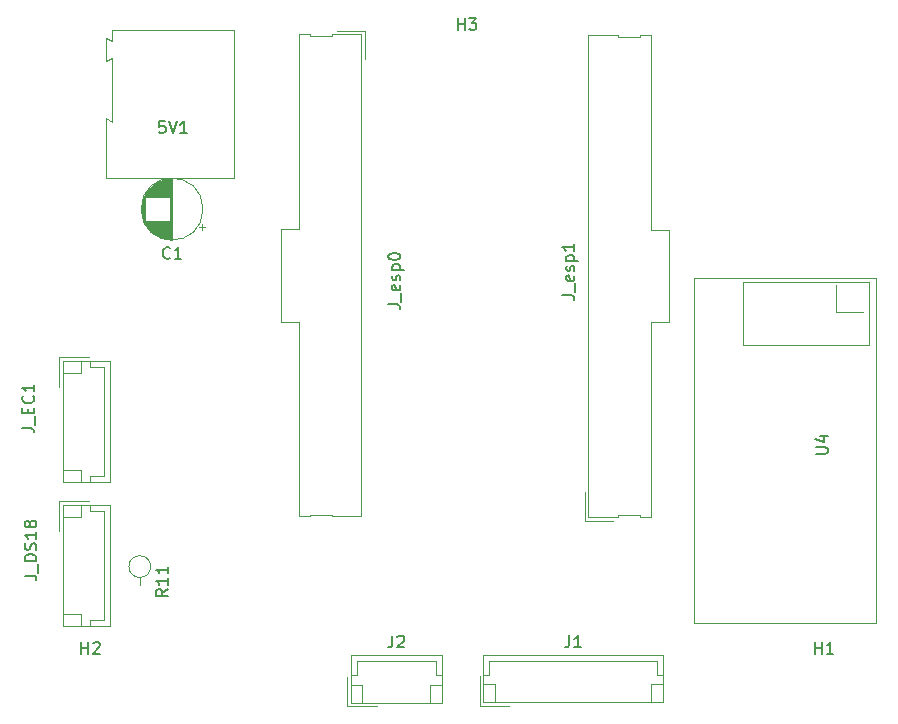
<source format=gbr>
%TF.GenerationSoftware,KiCad,Pcbnew,6.0.11+dfsg-1*%
%TF.CreationDate,2023-03-17T08:16:58-05:00*%
%TF.ProjectId,water_tank_module,77617465-725f-4746-916e-6b5f6d6f6475,rev?*%
%TF.SameCoordinates,Original*%
%TF.FileFunction,Legend,Top*%
%TF.FilePolarity,Positive*%
%FSLAX46Y46*%
G04 Gerber Fmt 4.6, Leading zero omitted, Abs format (unit mm)*
G04 Created by KiCad (PCBNEW 6.0.11+dfsg-1) date 2023-03-17 08:16:58*
%MOMM*%
%LPD*%
G01*
G04 APERTURE LIST*
%ADD10C,0.150000*%
%ADD11C,0.120000*%
G04 APERTURE END LIST*
D10*
%TO.C,J2*%
X90471666Y-75600380D02*
X90471666Y-76314666D01*
X90424047Y-76457523D01*
X90328809Y-76552761D01*
X90185952Y-76600380D01*
X90090714Y-76600380D01*
X90900238Y-75695619D02*
X90947857Y-75648000D01*
X91043095Y-75600380D01*
X91281190Y-75600380D01*
X91376428Y-75648000D01*
X91424047Y-75695619D01*
X91471666Y-75790857D01*
X91471666Y-75886095D01*
X91424047Y-76028952D01*
X90852619Y-76600380D01*
X91471666Y-76600380D01*
%TO.C,J1*%
X105457666Y-75565380D02*
X105457666Y-76279666D01*
X105410047Y-76422523D01*
X105314809Y-76517761D01*
X105171952Y-76565380D01*
X105076714Y-76565380D01*
X106457666Y-76565380D02*
X105886238Y-76565380D01*
X106171952Y-76565380D02*
X106171952Y-75565380D01*
X106076714Y-75708238D01*
X105981476Y-75803476D01*
X105886238Y-75851095D01*
%TO.C,H2*%
X64135095Y-77143380D02*
X64135095Y-76143380D01*
X64135095Y-76619571D02*
X64706523Y-76619571D01*
X64706523Y-77143380D02*
X64706523Y-76143380D01*
X65135095Y-76238619D02*
X65182714Y-76191000D01*
X65277952Y-76143380D01*
X65516047Y-76143380D01*
X65611285Y-76191000D01*
X65658904Y-76238619D01*
X65706523Y-76333857D01*
X65706523Y-76429095D01*
X65658904Y-76571952D01*
X65087476Y-77143380D01*
X65706523Y-77143380D01*
%TO.C,J_EC1*%
X59140380Y-58016416D02*
X59854666Y-58016416D01*
X59997523Y-58064035D01*
X60092761Y-58159273D01*
X60140380Y-58302130D01*
X60140380Y-58397369D01*
X60235619Y-57778321D02*
X60235619Y-57016416D01*
X59616571Y-56778321D02*
X59616571Y-56444988D01*
X60140380Y-56302130D02*
X60140380Y-56778321D01*
X59140380Y-56778321D01*
X59140380Y-56302130D01*
X60045142Y-55302130D02*
X60092761Y-55349750D01*
X60140380Y-55492607D01*
X60140380Y-55587845D01*
X60092761Y-55730702D01*
X59997523Y-55825940D01*
X59902285Y-55873559D01*
X59711809Y-55921178D01*
X59568952Y-55921178D01*
X59378476Y-55873559D01*
X59283238Y-55825940D01*
X59188000Y-55730702D01*
X59140380Y-55587845D01*
X59140380Y-55492607D01*
X59188000Y-55349750D01*
X59235619Y-55302130D01*
X60140380Y-54349750D02*
X60140380Y-54921178D01*
X60140380Y-54635464D02*
X59140380Y-54635464D01*
X59283238Y-54730702D01*
X59378476Y-54825940D01*
X59426095Y-54921178D01*
%TO.C,U4*%
X126325380Y-60197904D02*
X127134904Y-60197904D01*
X127230142Y-60150285D01*
X127277761Y-60102666D01*
X127325380Y-60007428D01*
X127325380Y-59816952D01*
X127277761Y-59721714D01*
X127230142Y-59674095D01*
X127134904Y-59626476D01*
X126325380Y-59626476D01*
X126658714Y-58721714D02*
X127325380Y-58721714D01*
X126277761Y-58959809D02*
X126992047Y-59197904D01*
X126992047Y-58578857D01*
%TO.C,C1*%
X71654446Y-43593392D02*
X71606827Y-43641011D01*
X71463970Y-43688630D01*
X71368732Y-43688630D01*
X71225874Y-43641011D01*
X71130636Y-43545773D01*
X71083017Y-43450535D01*
X71035398Y-43260059D01*
X71035398Y-43117202D01*
X71083017Y-42926726D01*
X71130636Y-42831488D01*
X71225874Y-42736250D01*
X71368732Y-42688630D01*
X71463970Y-42688630D01*
X71606827Y-42736250D01*
X71654446Y-42783869D01*
X72606827Y-43688630D02*
X72035398Y-43688630D01*
X72321113Y-43688630D02*
X72321113Y-42688630D01*
X72225874Y-42831488D01*
X72130636Y-42926726D01*
X72035398Y-42974345D01*
%TO.C,J_DS18*%
X59340380Y-70516416D02*
X60054666Y-70516416D01*
X60197523Y-70564035D01*
X60292761Y-70659273D01*
X60340380Y-70802130D01*
X60340380Y-70897369D01*
X60435619Y-70278321D02*
X60435619Y-69516416D01*
X60340380Y-69278321D02*
X59340380Y-69278321D01*
X59340380Y-69040226D01*
X59388000Y-68897369D01*
X59483238Y-68802130D01*
X59578476Y-68754511D01*
X59768952Y-68706892D01*
X59911809Y-68706892D01*
X60102285Y-68754511D01*
X60197523Y-68802130D01*
X60292761Y-68897369D01*
X60340380Y-69040226D01*
X60340380Y-69278321D01*
X60292761Y-68325940D02*
X60340380Y-68183083D01*
X60340380Y-67944988D01*
X60292761Y-67849750D01*
X60245142Y-67802130D01*
X60149904Y-67754511D01*
X60054666Y-67754511D01*
X59959428Y-67802130D01*
X59911809Y-67849750D01*
X59864190Y-67944988D01*
X59816571Y-68135464D01*
X59768952Y-68230702D01*
X59721333Y-68278321D01*
X59626095Y-68325940D01*
X59530857Y-68325940D01*
X59435619Y-68278321D01*
X59388000Y-68230702D01*
X59340380Y-68135464D01*
X59340380Y-67897369D01*
X59388000Y-67754511D01*
X60340380Y-66802130D02*
X60340380Y-67373559D01*
X60340380Y-67087845D02*
X59340380Y-67087845D01*
X59483238Y-67183083D01*
X59578476Y-67278321D01*
X59626095Y-67373559D01*
X59768952Y-66230702D02*
X59721333Y-66325940D01*
X59673714Y-66373559D01*
X59578476Y-66421178D01*
X59530857Y-66421178D01*
X59435619Y-66373559D01*
X59388000Y-66325940D01*
X59340380Y-66230702D01*
X59340380Y-66040226D01*
X59388000Y-65944988D01*
X59435619Y-65897369D01*
X59530857Y-65849750D01*
X59578476Y-65849750D01*
X59673714Y-65897369D01*
X59721333Y-65944988D01*
X59768952Y-66040226D01*
X59768952Y-66230702D01*
X59816571Y-66325940D01*
X59864190Y-66373559D01*
X59959428Y-66421178D01*
X60149904Y-66421178D01*
X60245142Y-66373559D01*
X60292761Y-66325940D01*
X60340380Y-66230702D01*
X60340380Y-66040226D01*
X60292761Y-65944988D01*
X60245142Y-65897369D01*
X60149904Y-65849750D01*
X59959428Y-65849750D01*
X59864190Y-65897369D01*
X59816571Y-65944988D01*
X59768952Y-66040226D01*
%TO.C,H3*%
X96012095Y-24311380D02*
X96012095Y-23311380D01*
X96012095Y-23787571D02*
X96583523Y-23787571D01*
X96583523Y-24311380D02*
X96583523Y-23311380D01*
X96964476Y-23311380D02*
X97583523Y-23311380D01*
X97250190Y-23692333D01*
X97393047Y-23692333D01*
X97488285Y-23739952D01*
X97535904Y-23787571D01*
X97583523Y-23882809D01*
X97583523Y-24120904D01*
X97535904Y-24216142D01*
X97488285Y-24263761D01*
X97393047Y-24311380D01*
X97107333Y-24311380D01*
X97012095Y-24263761D01*
X96964476Y-24216142D01*
%TO.C,J_esp0*%
X90129880Y-47545000D02*
X90844166Y-47545000D01*
X90987023Y-47592619D01*
X91082261Y-47687857D01*
X91129880Y-47830714D01*
X91129880Y-47925952D01*
X91225119Y-47306904D02*
X91225119Y-46545000D01*
X91082261Y-45925952D02*
X91129880Y-46021190D01*
X91129880Y-46211666D01*
X91082261Y-46306904D01*
X90987023Y-46354523D01*
X90606071Y-46354523D01*
X90510833Y-46306904D01*
X90463214Y-46211666D01*
X90463214Y-46021190D01*
X90510833Y-45925952D01*
X90606071Y-45878333D01*
X90701309Y-45878333D01*
X90796547Y-46354523D01*
X91082261Y-45497380D02*
X91129880Y-45402142D01*
X91129880Y-45211666D01*
X91082261Y-45116428D01*
X90987023Y-45068809D01*
X90939404Y-45068809D01*
X90844166Y-45116428D01*
X90796547Y-45211666D01*
X90796547Y-45354523D01*
X90748928Y-45449761D01*
X90653690Y-45497380D01*
X90606071Y-45497380D01*
X90510833Y-45449761D01*
X90463214Y-45354523D01*
X90463214Y-45211666D01*
X90510833Y-45116428D01*
X90463214Y-44640238D02*
X91463214Y-44640238D01*
X90510833Y-44640238D02*
X90463214Y-44545000D01*
X90463214Y-44354523D01*
X90510833Y-44259285D01*
X90558452Y-44211666D01*
X90653690Y-44164047D01*
X90939404Y-44164047D01*
X91034642Y-44211666D01*
X91082261Y-44259285D01*
X91129880Y-44354523D01*
X91129880Y-44545000D01*
X91082261Y-44640238D01*
X90129880Y-43545000D02*
X90129880Y-43449761D01*
X90177500Y-43354523D01*
X90225119Y-43306904D01*
X90320357Y-43259285D01*
X90510833Y-43211666D01*
X90748928Y-43211666D01*
X90939404Y-43259285D01*
X91034642Y-43306904D01*
X91082261Y-43354523D01*
X91129880Y-43449761D01*
X91129880Y-43545000D01*
X91082261Y-43640238D01*
X91034642Y-43687857D01*
X90939404Y-43735476D01*
X90748928Y-43783095D01*
X90510833Y-43783095D01*
X90320357Y-43735476D01*
X90225119Y-43687857D01*
X90177500Y-43640238D01*
X90129880Y-43545000D01*
%TO.C,5V1*%
X71221333Y-32042630D02*
X70745142Y-32042630D01*
X70697523Y-32518821D01*
X70745142Y-32471202D01*
X70840380Y-32423583D01*
X71078476Y-32423583D01*
X71173714Y-32471202D01*
X71221333Y-32518821D01*
X71268952Y-32614059D01*
X71268952Y-32852154D01*
X71221333Y-32947392D01*
X71173714Y-32995011D01*
X71078476Y-33042630D01*
X70840380Y-33042630D01*
X70745142Y-32995011D01*
X70697523Y-32947392D01*
X71554666Y-32042630D02*
X71888000Y-33042630D01*
X72221333Y-32042630D01*
X73078476Y-33042630D02*
X72507047Y-33042630D01*
X72792761Y-33042630D02*
X72792761Y-32042630D01*
X72697523Y-32185488D01*
X72602285Y-32280726D01*
X72507047Y-32328345D01*
%TO.C,H1*%
X126238095Y-77143380D02*
X126238095Y-76143380D01*
X126238095Y-76619571D02*
X126809523Y-76619571D01*
X126809523Y-77143380D02*
X126809523Y-76143380D01*
X127809523Y-77143380D02*
X127238095Y-77143380D01*
X127523809Y-77143380D02*
X127523809Y-76143380D01*
X127428571Y-76286238D01*
X127333333Y-76381476D01*
X127238095Y-76429095D01*
%TO.C,R11*%
X71460380Y-71662607D02*
X70984190Y-71995940D01*
X71460380Y-72234035D02*
X70460380Y-72234035D01*
X70460380Y-71853083D01*
X70508000Y-71757845D01*
X70555619Y-71710226D01*
X70650857Y-71662607D01*
X70793714Y-71662607D01*
X70888952Y-71710226D01*
X70936571Y-71757845D01*
X70984190Y-71853083D01*
X70984190Y-72234035D01*
X71460380Y-70710226D02*
X71460380Y-71281654D01*
X71460380Y-70995940D02*
X70460380Y-70995940D01*
X70603238Y-71091178D01*
X70698476Y-71186416D01*
X70746095Y-71281654D01*
X71460380Y-69757845D02*
X71460380Y-70329273D01*
X71460380Y-70043559D02*
X70460380Y-70043559D01*
X70603238Y-70138797D01*
X70698476Y-70234035D01*
X70746095Y-70329273D01*
%TO.C,J_esp1*%
X104875380Y-46764000D02*
X105589666Y-46764000D01*
X105732523Y-46811619D01*
X105827761Y-46906857D01*
X105875380Y-47049714D01*
X105875380Y-47144952D01*
X105970619Y-46525904D02*
X105970619Y-45764000D01*
X105827761Y-45144952D02*
X105875380Y-45240190D01*
X105875380Y-45430666D01*
X105827761Y-45525904D01*
X105732523Y-45573523D01*
X105351571Y-45573523D01*
X105256333Y-45525904D01*
X105208714Y-45430666D01*
X105208714Y-45240190D01*
X105256333Y-45144952D01*
X105351571Y-45097333D01*
X105446809Y-45097333D01*
X105542047Y-45573523D01*
X105827761Y-44716380D02*
X105875380Y-44621142D01*
X105875380Y-44430666D01*
X105827761Y-44335428D01*
X105732523Y-44287809D01*
X105684904Y-44287809D01*
X105589666Y-44335428D01*
X105542047Y-44430666D01*
X105542047Y-44573523D01*
X105494428Y-44668761D01*
X105399190Y-44716380D01*
X105351571Y-44716380D01*
X105256333Y-44668761D01*
X105208714Y-44573523D01*
X105208714Y-44430666D01*
X105256333Y-44335428D01*
X105208714Y-43859238D02*
X106208714Y-43859238D01*
X105256333Y-43859238D02*
X105208714Y-43764000D01*
X105208714Y-43573523D01*
X105256333Y-43478285D01*
X105303952Y-43430666D01*
X105399190Y-43383047D01*
X105684904Y-43383047D01*
X105780142Y-43430666D01*
X105827761Y-43478285D01*
X105875380Y-43573523D01*
X105875380Y-43764000D01*
X105827761Y-43859238D01*
X105875380Y-42430666D02*
X105875380Y-43002095D01*
X105875380Y-42716380D02*
X104875380Y-42716380D01*
X105018238Y-42811619D01*
X105113476Y-42906857D01*
X105161095Y-43002095D01*
D11*
%TO.C,J2*%
X86945000Y-77238000D02*
X86945000Y-81258000D01*
X86945000Y-81258000D02*
X94665000Y-81258000D01*
X87445000Y-77738000D02*
X94165000Y-77738000D01*
X87945000Y-79758000D02*
X87945000Y-81258000D01*
X86945000Y-78948000D02*
X87445000Y-78948000D01*
X94165000Y-78948000D02*
X94665000Y-78948000D01*
X94165000Y-77738000D02*
X94165000Y-78948000D01*
X94665000Y-77238000D02*
X86945000Y-77238000D01*
X86645000Y-79058000D02*
X86645000Y-81558000D01*
X94665000Y-79758000D02*
X93665000Y-79758000D01*
X87445000Y-78948000D02*
X87445000Y-77738000D01*
X86645000Y-81558000D02*
X89145000Y-81558000D01*
X86945000Y-79758000D02*
X87945000Y-79758000D01*
X94665000Y-81258000D02*
X94665000Y-77238000D01*
X93665000Y-79758000D02*
X93665000Y-81258000D01*
%TO.C,J1*%
X99181000Y-79723000D02*
X99181000Y-81223000D01*
X98681000Y-78913000D02*
X98681000Y-77703000D01*
X97881000Y-79023000D02*
X97881000Y-81523000D01*
X113401000Y-81223000D02*
X113401000Y-77203000D01*
X112901000Y-77703000D02*
X112901000Y-78913000D01*
X113401000Y-77203000D02*
X98181000Y-77203000D01*
X98681000Y-77703000D02*
X112901000Y-77703000D01*
X112401000Y-79723000D02*
X112401000Y-81223000D01*
X113401000Y-79723000D02*
X112401000Y-79723000D01*
X98181000Y-78913000D02*
X98681000Y-78913000D01*
X98181000Y-77203000D02*
X98181000Y-81223000D01*
X98181000Y-79723000D02*
X99181000Y-79723000D01*
X97881000Y-81523000D02*
X100381000Y-81523000D01*
X112901000Y-78913000D02*
X113401000Y-78913000D01*
X98181000Y-81223000D02*
X113401000Y-81223000D01*
%TO.C,J_EC1*%
X64888000Y-52839750D02*
X66098000Y-52839750D01*
X66598000Y-62559750D02*
X66598000Y-52339750D01*
X62578000Y-52339750D02*
X62578000Y-62559750D01*
X64778000Y-52039750D02*
X62278000Y-52039750D01*
X64078000Y-53339750D02*
X62578000Y-53339750D01*
X64078000Y-52339750D02*
X64078000Y-53339750D01*
X64078000Y-61559750D02*
X62578000Y-61559750D01*
X66098000Y-62059750D02*
X64888000Y-62059750D01*
X62578000Y-62559750D02*
X66598000Y-62559750D01*
X66598000Y-52339750D02*
X62578000Y-52339750D01*
X66098000Y-52839750D02*
X66098000Y-62059750D01*
X64078000Y-62559750D02*
X64078000Y-61559750D01*
X64888000Y-52339750D02*
X64888000Y-52839750D01*
X64888000Y-62059750D02*
X64888000Y-62559750D01*
X62278000Y-52039750D02*
X62278000Y-54539750D01*
%TO.C,U4*%
X130847000Y-45674000D02*
X130847000Y-45674000D01*
X130847000Y-45674000D02*
X130847000Y-51008000D01*
X131423000Y-45344000D02*
X131423000Y-74544000D01*
X120179000Y-51008000D02*
X120179000Y-45674000D01*
X128053000Y-45928000D02*
X128053000Y-45928000D01*
X115973000Y-45344000D02*
X131423000Y-45344000D01*
X120179000Y-45674000D02*
X120179000Y-45674000D01*
X130339000Y-48214000D02*
X128053000Y-48214000D01*
X128053000Y-48214000D02*
X128053000Y-45928000D01*
X130847000Y-51008000D02*
X120179000Y-51008000D01*
X131423000Y-45344000D02*
X131423000Y-45344000D01*
X120179000Y-45674000D02*
X130847000Y-45674000D01*
X131423000Y-74544000D02*
X115973000Y-74544000D01*
X115973000Y-74544000D02*
X115973000Y-45344000D01*
%TO.C,C1*%
X69340113Y-40291250D02*
X69340113Y-38681250D01*
X70580113Y-38446250D02*
X70580113Y-37218250D01*
X70180113Y-38446250D02*
X70180113Y-37482250D01*
X71301113Y-42014250D02*
X71301113Y-40526250D01*
X71261113Y-42006250D02*
X71261113Y-40526250D01*
X70100113Y-41423250D02*
X70100113Y-40526250D01*
X70540113Y-38446250D02*
X70540113Y-37239250D01*
X69940113Y-41271250D02*
X69940113Y-40526250D01*
X69540113Y-40737250D02*
X69540113Y-40526250D01*
X69660113Y-38446250D02*
X69660113Y-38043250D01*
X71541113Y-38446250D02*
X71541113Y-36921250D01*
X71100113Y-38446250D02*
X71100113Y-37006250D01*
X71421113Y-42036250D02*
X71421113Y-40526250D01*
X71301113Y-38446250D02*
X71301113Y-36958250D01*
X70940113Y-41914250D02*
X70940113Y-40526250D01*
X70500113Y-38446250D02*
X70500113Y-37262250D01*
X70900113Y-38446250D02*
X70900113Y-37072250D01*
X71501113Y-42047250D02*
X71501113Y-40526250D01*
X69700113Y-40986250D02*
X69700113Y-40526250D01*
X71421113Y-38446250D02*
X71421113Y-36936250D01*
X71341113Y-42022250D02*
X71341113Y-40526250D01*
X71141113Y-41977250D02*
X71141113Y-40526250D01*
X70860113Y-38446250D02*
X70860113Y-37088250D01*
X70180113Y-41490250D02*
X70180113Y-40526250D01*
X70060113Y-38446250D02*
X70060113Y-37585250D01*
X70380113Y-41635250D02*
X70380113Y-40526250D01*
X70340113Y-41608250D02*
X70340113Y-40526250D01*
X71020113Y-41941250D02*
X71020113Y-40526250D01*
X71821113Y-42066250D02*
X71821113Y-36906250D01*
X71701113Y-42064250D02*
X71701113Y-36908250D01*
X71661113Y-42062250D02*
X71661113Y-36910250D01*
X70900113Y-41900250D02*
X70900113Y-40526250D01*
X71741113Y-42065250D02*
X71741113Y-36907250D01*
X69420113Y-40497250D02*
X69420113Y-38475250D01*
X69900113Y-38446250D02*
X69900113Y-37743250D01*
X70260113Y-41551250D02*
X70260113Y-40526250D01*
X71060113Y-41954250D02*
X71060113Y-40526250D01*
X70580113Y-41754250D02*
X70580113Y-40526250D01*
X69940113Y-38446250D02*
X69940113Y-37701250D01*
X69740113Y-38446250D02*
X69740113Y-37932250D01*
X70020113Y-38446250D02*
X70020113Y-37622250D01*
X70460113Y-38446250D02*
X70460113Y-37286250D01*
X71100113Y-41966250D02*
X71100113Y-40526250D01*
X71501113Y-38446250D02*
X71501113Y-36925250D01*
X69780113Y-38446250D02*
X69780113Y-37881250D01*
X69860113Y-38446250D02*
X69860113Y-37787250D01*
X74375888Y-41211250D02*
X74375888Y-40711250D01*
X71221113Y-41997250D02*
X71221113Y-40526250D01*
X70940113Y-38446250D02*
X70940113Y-37058250D01*
X70300113Y-38446250D02*
X70300113Y-37391250D01*
X71341113Y-38446250D02*
X71341113Y-36950250D01*
X71461113Y-42042250D02*
X71461113Y-40526250D01*
X70700113Y-38446250D02*
X70700113Y-37157250D01*
X69700113Y-38446250D02*
X69700113Y-37986250D01*
X70020113Y-41350250D02*
X70020113Y-40526250D01*
X70820113Y-41868250D02*
X70820113Y-40526250D01*
X70140113Y-41457250D02*
X70140113Y-40526250D01*
X69740113Y-41040250D02*
X69740113Y-40526250D01*
X70500113Y-41710250D02*
X70500113Y-40526250D01*
X69380113Y-40401250D02*
X69380113Y-38571250D01*
X69500113Y-40664250D02*
X69500113Y-38308250D01*
X69980113Y-41312250D02*
X69980113Y-40526250D01*
X71541113Y-42051250D02*
X71541113Y-40526250D01*
X69900113Y-41229250D02*
X69900113Y-40526250D01*
X70980113Y-41928250D02*
X70980113Y-40526250D01*
X70660113Y-41796250D02*
X70660113Y-40526250D01*
X70100113Y-38446250D02*
X70100113Y-37549250D01*
X70140113Y-38446250D02*
X70140113Y-37515250D01*
X69780113Y-41091250D02*
X69780113Y-40526250D01*
X71581113Y-42055250D02*
X71581113Y-40526250D01*
X70460113Y-41686250D02*
X70460113Y-40526250D01*
X69460113Y-40584250D02*
X69460113Y-38388250D01*
X69300113Y-40163250D02*
X69300113Y-38809250D01*
X71781113Y-42066250D02*
X71781113Y-36906250D01*
X70420113Y-38446250D02*
X70420113Y-37311250D01*
X70260113Y-38446250D02*
X70260113Y-37421250D01*
X70780113Y-38446250D02*
X70780113Y-37121250D01*
X69860113Y-41185250D02*
X69860113Y-40526250D01*
X71381113Y-42029250D02*
X71381113Y-40526250D01*
X70700113Y-41815250D02*
X70700113Y-40526250D01*
X69580113Y-38446250D02*
X69580113Y-38167250D01*
X71261113Y-38446250D02*
X71261113Y-36966250D01*
X71461113Y-38446250D02*
X71461113Y-36930250D01*
X69820113Y-38446250D02*
X69820113Y-37833250D01*
X70620113Y-38446250D02*
X70620113Y-37196250D01*
X70740113Y-38446250D02*
X70740113Y-37138250D01*
X70380113Y-38446250D02*
X70380113Y-37337250D01*
X71581113Y-38446250D02*
X71581113Y-36917250D01*
X70740113Y-41834250D02*
X70740113Y-40526250D01*
X71020113Y-38446250D02*
X71020113Y-37031250D01*
X69620113Y-40869250D02*
X69620113Y-40526250D01*
X70980113Y-38446250D02*
X70980113Y-37044250D01*
X71181113Y-38446250D02*
X71181113Y-36985250D01*
X70300113Y-41581250D02*
X70300113Y-40526250D01*
X70420113Y-41661250D02*
X70420113Y-40526250D01*
X70060113Y-41387250D02*
X70060113Y-40526250D01*
X70780113Y-41851250D02*
X70780113Y-40526250D01*
X70660113Y-38446250D02*
X70660113Y-37176250D01*
X70220113Y-41521250D02*
X70220113Y-40526250D01*
X71221113Y-38446250D02*
X71221113Y-36975250D01*
X69620113Y-38446250D02*
X69620113Y-38103250D01*
X71621113Y-42059250D02*
X71621113Y-36913250D01*
X70820113Y-38446250D02*
X70820113Y-37104250D01*
X71181113Y-41987250D02*
X71181113Y-40526250D01*
X69260113Y-40004250D02*
X69260113Y-38968250D01*
X70860113Y-41884250D02*
X70860113Y-40526250D01*
X71381113Y-38446250D02*
X71381113Y-36943250D01*
X69580113Y-40805250D02*
X69580113Y-40526250D01*
X69660113Y-40929250D02*
X69660113Y-40526250D01*
X70540113Y-41733250D02*
X70540113Y-40526250D01*
X70340113Y-38446250D02*
X70340113Y-37364250D01*
X69820113Y-41139250D02*
X69820113Y-40526250D01*
X71141113Y-38446250D02*
X71141113Y-36995250D01*
X70220113Y-38446250D02*
X70220113Y-37451250D01*
X69980113Y-38446250D02*
X69980113Y-37660250D01*
X70620113Y-41776250D02*
X70620113Y-40526250D01*
X74625888Y-40961250D02*
X74125888Y-40961250D01*
X71060113Y-38446250D02*
X71060113Y-37018250D01*
X69220113Y-39770250D02*
X69220113Y-39202250D01*
X69540113Y-38446250D02*
X69540113Y-38235250D01*
X74441113Y-39486250D02*
G75*
G03*
X74441113Y-39486250I-2620000J0D01*
G01*
%TO.C,J_DS18*%
X64888000Y-74259750D02*
X64888000Y-74759750D01*
X66098000Y-65039750D02*
X66098000Y-74259750D01*
X64078000Y-73759750D02*
X62578000Y-73759750D01*
X66598000Y-74759750D02*
X66598000Y-64539750D01*
X64078000Y-64539750D02*
X64078000Y-65539750D01*
X64888000Y-64539750D02*
X64888000Y-65039750D01*
X64078000Y-65539750D02*
X62578000Y-65539750D01*
X66098000Y-74259750D02*
X64888000Y-74259750D01*
X62578000Y-64539750D02*
X62578000Y-74759750D01*
X62578000Y-74759750D02*
X66598000Y-74759750D01*
X64078000Y-74759750D02*
X64078000Y-73759750D01*
X66598000Y-64539750D02*
X62578000Y-64539750D01*
X64888000Y-65039750D02*
X66098000Y-65039750D01*
X62278000Y-64239750D02*
X62278000Y-66739750D01*
X64778000Y-64239750D02*
X62278000Y-64239750D01*
%TO.C,J_esp0*%
X82535000Y-65475000D02*
X83515000Y-65475000D01*
X83515000Y-65475000D02*
X83515000Y-65345000D01*
X88155000Y-24395000D02*
X88155000Y-26805000D01*
X85745000Y-24395000D02*
X88155000Y-24395000D01*
X82535000Y-49005000D02*
X82535000Y-65475000D01*
X82535000Y-24695000D02*
X82535000Y-41165000D01*
X81035000Y-49005000D02*
X82535000Y-49005000D01*
X87855000Y-65475000D02*
X87855000Y-24695000D01*
X83515000Y-65345000D02*
X85325000Y-65345000D01*
X83515000Y-24695000D02*
X82535000Y-24695000D01*
X85325000Y-24695000D02*
X85325000Y-24825000D01*
X81035000Y-41165000D02*
X81035000Y-49005000D01*
X85325000Y-24825000D02*
X83515000Y-24825000D01*
X87855000Y-24695000D02*
X85325000Y-24695000D01*
X85325000Y-65475000D02*
X87855000Y-65475000D01*
X83515000Y-24825000D02*
X83515000Y-24695000D01*
X82535000Y-41165000D02*
X81035000Y-41165000D01*
X85325000Y-65345000D02*
X85325000Y-65475000D01*
%TO.C,5V1*%
X66753000Y-25240250D02*
X66253000Y-24990250D01*
X77103000Y-36890250D02*
X77103000Y-24290250D01*
X66253000Y-26890250D02*
X66253000Y-26940250D01*
X66253000Y-26940250D02*
X66753000Y-26690250D01*
X66253000Y-24990250D02*
X66253000Y-26890250D01*
X66753000Y-26690250D02*
X66753000Y-32090250D01*
X66753000Y-32090250D02*
X66253000Y-31790250D01*
X66253000Y-36890250D02*
X77103000Y-36890250D01*
X66253000Y-31790250D02*
X66253000Y-36890250D01*
X77103000Y-24290250D02*
X66753000Y-24290250D01*
X66753000Y-24290250D02*
X66753000Y-25240250D01*
%TO.C,R11*%
X69088000Y-70669750D02*
X69088000Y-71289750D01*
X70008000Y-69749750D02*
G75*
G03*
X70008000Y-69749750I-920000J0D01*
G01*
%TO.C,J_esp1*%
X109185500Y-65854000D02*
X106775500Y-65854000D01*
X109605500Y-65424000D02*
X111415500Y-65424000D01*
X107075500Y-24774000D02*
X107075500Y-65554000D01*
X111415500Y-65554000D02*
X112395500Y-65554000D01*
X112395500Y-49084000D02*
X113895500Y-49084000D01*
X109605500Y-65554000D02*
X109605500Y-65424000D01*
X113895500Y-41244000D02*
X112395500Y-41244000D01*
X111415500Y-65424000D02*
X111415500Y-65554000D01*
X109605500Y-24774000D02*
X107075500Y-24774000D01*
X112395500Y-65554000D02*
X112395500Y-49084000D01*
X111415500Y-24774000D02*
X111415500Y-24904000D01*
X112395500Y-41244000D02*
X112395500Y-24774000D01*
X106775500Y-65854000D02*
X106775500Y-63444000D01*
X112395500Y-24774000D02*
X111415500Y-24774000D01*
X111415500Y-24904000D02*
X109605500Y-24904000D01*
X113895500Y-49084000D02*
X113895500Y-41244000D01*
X109605500Y-24904000D02*
X109605500Y-24774000D01*
X107075500Y-65554000D02*
X109605500Y-65554000D01*
%TD*%
M02*

</source>
